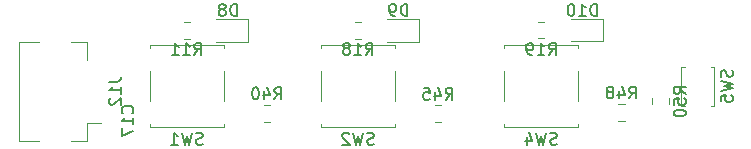
<source format=gbr>
%TF.GenerationSoftware,KiCad,Pcbnew,5.1.8+dfsg1-1~bpo10+1*%
%TF.CreationDate,2021-01-23T23:31:02+00:00*%
%TF.ProjectId,atlas_btn,61746c61-735f-4627-946e-2e6b69636164,rev?*%
%TF.SameCoordinates,Original*%
%TF.FileFunction,Legend,Bot*%
%TF.FilePolarity,Positive*%
%FSLAX46Y46*%
G04 Gerber Fmt 4.6, Leading zero omitted, Abs format (unit mm)*
G04 Created by KiCad (PCBNEW 5.1.8+dfsg1-1~bpo10+1) date 2021-01-23 23:31:02*
%MOMM*%
%LPD*%
G01*
G04 APERTURE LIST*
%ADD10C,0.120000*%
%ADD11C,0.150000*%
G04 APERTURE END LIST*
D10*
%TO.C,R40*%
X132478578Y-106370000D02*
X131961422Y-106370000D01*
X132478578Y-107790000D02*
X131961422Y-107790000D01*
%TO.C,R50*%
X166280000Y-106328578D02*
X166280000Y-105811422D01*
X164860000Y-106328578D02*
X164860000Y-105811422D01*
%TO.C,R48*%
X162503578Y-106310000D02*
X161986422Y-106310000D01*
X162503578Y-107730000D02*
X161986422Y-107730000D01*
%TO.C,R45*%
X146966078Y-106410000D02*
X146448922Y-106410000D01*
X146966078Y-107830000D02*
X146448922Y-107830000D01*
%TO.C,R19*%
X155196422Y-100730000D02*
X155713578Y-100730000D01*
X155196422Y-99310000D02*
X155713578Y-99310000D01*
%TO.C,R18*%
X139678922Y-100750000D02*
X140196078Y-100750000D01*
X139678922Y-99330000D02*
X140196078Y-99330000D01*
%TO.C,R11*%
X125176422Y-100750000D02*
X125693578Y-100750000D01*
X125176422Y-99330000D02*
X125693578Y-99330000D01*
%TO.C,SW2*%
X136795000Y-107970000D02*
X136795000Y-108220000D01*
X136795000Y-108220000D02*
X143095000Y-108220000D01*
X143095000Y-108220000D02*
X143095000Y-107970000D01*
X136795000Y-103470000D02*
X136795000Y-106070000D01*
X143095000Y-101570000D02*
X143095000Y-101320000D01*
X143095000Y-101320000D02*
X136795000Y-101320000D01*
X136795000Y-101320000D02*
X136795000Y-101570000D01*
X143095000Y-106070000D02*
X143095000Y-103470000D01*
%TO.C,SW5*%
X167595000Y-106420000D02*
X167295000Y-106420000D01*
X167295000Y-106420000D02*
X167295000Y-103120000D01*
X167295000Y-103120000D02*
X167595000Y-103120000D01*
X169795000Y-106420000D02*
X170095000Y-106420000D01*
X170095000Y-106420000D02*
X170095000Y-103120000D01*
X170095000Y-103120000D02*
X169795000Y-103120000D01*
%TO.C,SW4*%
X152295000Y-107970000D02*
X152295000Y-108220000D01*
X152295000Y-108220000D02*
X158595000Y-108220000D01*
X158595000Y-108220000D02*
X158595000Y-107970000D01*
X152295000Y-103470000D02*
X152295000Y-106070000D01*
X158595000Y-101570000D02*
X158595000Y-101320000D01*
X158595000Y-101320000D02*
X152295000Y-101320000D01*
X152295000Y-101320000D02*
X152295000Y-101570000D01*
X158595000Y-106070000D02*
X158595000Y-103470000D01*
%TO.C,SW1*%
X122295000Y-107970000D02*
X122295000Y-108220000D01*
X122295000Y-108220000D02*
X128595000Y-108220000D01*
X128595000Y-108220000D02*
X128595000Y-107970000D01*
X122295000Y-103470000D02*
X122295000Y-106070000D01*
X128595000Y-101570000D02*
X128595000Y-101320000D01*
X128595000Y-101320000D02*
X122295000Y-101320000D01*
X122295000Y-101320000D02*
X122295000Y-101570000D01*
X128595000Y-106070000D02*
X128595000Y-103470000D01*
%TO.C,J12*%
X117000000Y-107890000D02*
X118200000Y-107890000D01*
X111200000Y-101080000D02*
X112940000Y-101080000D01*
X111200000Y-109380000D02*
X111200000Y-101080000D01*
X112940000Y-109380000D02*
X111200000Y-109380000D01*
X117000000Y-101080000D02*
X115660000Y-101080000D01*
X117000000Y-102570000D02*
X117000000Y-101080000D01*
X117000000Y-109380000D02*
X115660000Y-109380000D01*
X117000000Y-107890000D02*
X117000000Y-109380000D01*
%TO.C,D10*%
X157955000Y-99060000D02*
X160640000Y-99060000D01*
X160640000Y-99060000D02*
X160640000Y-100980000D01*
X160640000Y-100980000D02*
X157955000Y-100980000D01*
%TO.C,D9*%
X142375000Y-99080000D02*
X145060000Y-99080000D01*
X145060000Y-99080000D02*
X145060000Y-101000000D01*
X145060000Y-101000000D02*
X142375000Y-101000000D01*
%TO.C,D8*%
X127935000Y-99080000D02*
X130620000Y-99080000D01*
X130620000Y-99080000D02*
X130620000Y-101000000D01*
X130620000Y-101000000D02*
X127935000Y-101000000D01*
%TO.C,R40*%
D11*
X132862857Y-105882380D02*
X133196190Y-105406190D01*
X133434285Y-105882380D02*
X133434285Y-104882380D01*
X133053333Y-104882380D01*
X132958095Y-104930000D01*
X132910476Y-104977619D01*
X132862857Y-105072857D01*
X132862857Y-105215714D01*
X132910476Y-105310952D01*
X132958095Y-105358571D01*
X133053333Y-105406190D01*
X133434285Y-105406190D01*
X132005714Y-105215714D02*
X132005714Y-105882380D01*
X132243809Y-104834761D02*
X132481904Y-105549047D01*
X131862857Y-105549047D01*
X131291428Y-104882380D02*
X131196190Y-104882380D01*
X131100952Y-104930000D01*
X131053333Y-104977619D01*
X131005714Y-105072857D01*
X130958095Y-105263333D01*
X130958095Y-105501428D01*
X131005714Y-105691904D01*
X131053333Y-105787142D01*
X131100952Y-105834761D01*
X131196190Y-105882380D01*
X131291428Y-105882380D01*
X131386666Y-105834761D01*
X131434285Y-105787142D01*
X131481904Y-105691904D01*
X131529523Y-105501428D01*
X131529523Y-105263333D01*
X131481904Y-105072857D01*
X131434285Y-104977619D01*
X131386666Y-104930000D01*
X131291428Y-104882380D01*
%TO.C,R50*%
X167672380Y-105427142D02*
X167196190Y-105093809D01*
X167672380Y-104855714D02*
X166672380Y-104855714D01*
X166672380Y-105236666D01*
X166720000Y-105331904D01*
X166767619Y-105379523D01*
X166862857Y-105427142D01*
X167005714Y-105427142D01*
X167100952Y-105379523D01*
X167148571Y-105331904D01*
X167196190Y-105236666D01*
X167196190Y-104855714D01*
X166672380Y-106331904D02*
X166672380Y-105855714D01*
X167148571Y-105808095D01*
X167100952Y-105855714D01*
X167053333Y-105950952D01*
X167053333Y-106189047D01*
X167100952Y-106284285D01*
X167148571Y-106331904D01*
X167243809Y-106379523D01*
X167481904Y-106379523D01*
X167577142Y-106331904D01*
X167624761Y-106284285D01*
X167672380Y-106189047D01*
X167672380Y-105950952D01*
X167624761Y-105855714D01*
X167577142Y-105808095D01*
X166672380Y-106998571D02*
X166672380Y-107093809D01*
X166720000Y-107189047D01*
X166767619Y-107236666D01*
X166862857Y-107284285D01*
X167053333Y-107331904D01*
X167291428Y-107331904D01*
X167481904Y-107284285D01*
X167577142Y-107236666D01*
X167624761Y-107189047D01*
X167672380Y-107093809D01*
X167672380Y-106998571D01*
X167624761Y-106903333D01*
X167577142Y-106855714D01*
X167481904Y-106808095D01*
X167291428Y-106760476D01*
X167053333Y-106760476D01*
X166862857Y-106808095D01*
X166767619Y-106855714D01*
X166720000Y-106903333D01*
X166672380Y-106998571D01*
%TO.C,R48*%
X162887857Y-105822380D02*
X163221190Y-105346190D01*
X163459285Y-105822380D02*
X163459285Y-104822380D01*
X163078333Y-104822380D01*
X162983095Y-104870000D01*
X162935476Y-104917619D01*
X162887857Y-105012857D01*
X162887857Y-105155714D01*
X162935476Y-105250952D01*
X162983095Y-105298571D01*
X163078333Y-105346190D01*
X163459285Y-105346190D01*
X162030714Y-105155714D02*
X162030714Y-105822380D01*
X162268809Y-104774761D02*
X162506904Y-105489047D01*
X161887857Y-105489047D01*
X161364047Y-105250952D02*
X161459285Y-105203333D01*
X161506904Y-105155714D01*
X161554523Y-105060476D01*
X161554523Y-105012857D01*
X161506904Y-104917619D01*
X161459285Y-104870000D01*
X161364047Y-104822380D01*
X161173571Y-104822380D01*
X161078333Y-104870000D01*
X161030714Y-104917619D01*
X160983095Y-105012857D01*
X160983095Y-105060476D01*
X161030714Y-105155714D01*
X161078333Y-105203333D01*
X161173571Y-105250952D01*
X161364047Y-105250952D01*
X161459285Y-105298571D01*
X161506904Y-105346190D01*
X161554523Y-105441428D01*
X161554523Y-105631904D01*
X161506904Y-105727142D01*
X161459285Y-105774761D01*
X161364047Y-105822380D01*
X161173571Y-105822380D01*
X161078333Y-105774761D01*
X161030714Y-105727142D01*
X160983095Y-105631904D01*
X160983095Y-105441428D01*
X161030714Y-105346190D01*
X161078333Y-105298571D01*
X161173571Y-105250952D01*
%TO.C,R45*%
X147350357Y-105922380D02*
X147683690Y-105446190D01*
X147921785Y-105922380D02*
X147921785Y-104922380D01*
X147540833Y-104922380D01*
X147445595Y-104970000D01*
X147397976Y-105017619D01*
X147350357Y-105112857D01*
X147350357Y-105255714D01*
X147397976Y-105350952D01*
X147445595Y-105398571D01*
X147540833Y-105446190D01*
X147921785Y-105446190D01*
X146493214Y-105255714D02*
X146493214Y-105922380D01*
X146731309Y-104874761D02*
X146969404Y-105589047D01*
X146350357Y-105589047D01*
X145493214Y-104922380D02*
X145969404Y-104922380D01*
X146017023Y-105398571D01*
X145969404Y-105350952D01*
X145874166Y-105303333D01*
X145636071Y-105303333D01*
X145540833Y-105350952D01*
X145493214Y-105398571D01*
X145445595Y-105493809D01*
X145445595Y-105731904D01*
X145493214Y-105827142D01*
X145540833Y-105874761D01*
X145636071Y-105922380D01*
X145874166Y-105922380D01*
X145969404Y-105874761D01*
X146017023Y-105827142D01*
%TO.C,R19*%
X156097857Y-102122380D02*
X156431190Y-101646190D01*
X156669285Y-102122380D02*
X156669285Y-101122380D01*
X156288333Y-101122380D01*
X156193095Y-101170000D01*
X156145476Y-101217619D01*
X156097857Y-101312857D01*
X156097857Y-101455714D01*
X156145476Y-101550952D01*
X156193095Y-101598571D01*
X156288333Y-101646190D01*
X156669285Y-101646190D01*
X155145476Y-102122380D02*
X155716904Y-102122380D01*
X155431190Y-102122380D02*
X155431190Y-101122380D01*
X155526428Y-101265238D01*
X155621666Y-101360476D01*
X155716904Y-101408095D01*
X154669285Y-102122380D02*
X154478809Y-102122380D01*
X154383571Y-102074761D01*
X154335952Y-102027142D01*
X154240714Y-101884285D01*
X154193095Y-101693809D01*
X154193095Y-101312857D01*
X154240714Y-101217619D01*
X154288333Y-101170000D01*
X154383571Y-101122380D01*
X154574047Y-101122380D01*
X154669285Y-101170000D01*
X154716904Y-101217619D01*
X154764523Y-101312857D01*
X154764523Y-101550952D01*
X154716904Y-101646190D01*
X154669285Y-101693809D01*
X154574047Y-101741428D01*
X154383571Y-101741428D01*
X154288333Y-101693809D01*
X154240714Y-101646190D01*
X154193095Y-101550952D01*
%TO.C,R18*%
X140580357Y-102142380D02*
X140913690Y-101666190D01*
X141151785Y-102142380D02*
X141151785Y-101142380D01*
X140770833Y-101142380D01*
X140675595Y-101190000D01*
X140627976Y-101237619D01*
X140580357Y-101332857D01*
X140580357Y-101475714D01*
X140627976Y-101570952D01*
X140675595Y-101618571D01*
X140770833Y-101666190D01*
X141151785Y-101666190D01*
X139627976Y-102142380D02*
X140199404Y-102142380D01*
X139913690Y-102142380D02*
X139913690Y-101142380D01*
X140008928Y-101285238D01*
X140104166Y-101380476D01*
X140199404Y-101428095D01*
X139056547Y-101570952D02*
X139151785Y-101523333D01*
X139199404Y-101475714D01*
X139247023Y-101380476D01*
X139247023Y-101332857D01*
X139199404Y-101237619D01*
X139151785Y-101190000D01*
X139056547Y-101142380D01*
X138866071Y-101142380D01*
X138770833Y-101190000D01*
X138723214Y-101237619D01*
X138675595Y-101332857D01*
X138675595Y-101380476D01*
X138723214Y-101475714D01*
X138770833Y-101523333D01*
X138866071Y-101570952D01*
X139056547Y-101570952D01*
X139151785Y-101618571D01*
X139199404Y-101666190D01*
X139247023Y-101761428D01*
X139247023Y-101951904D01*
X139199404Y-102047142D01*
X139151785Y-102094761D01*
X139056547Y-102142380D01*
X138866071Y-102142380D01*
X138770833Y-102094761D01*
X138723214Y-102047142D01*
X138675595Y-101951904D01*
X138675595Y-101761428D01*
X138723214Y-101666190D01*
X138770833Y-101618571D01*
X138866071Y-101570952D01*
%TO.C,R11*%
X126077857Y-102142380D02*
X126411190Y-101666190D01*
X126649285Y-102142380D02*
X126649285Y-101142380D01*
X126268333Y-101142380D01*
X126173095Y-101190000D01*
X126125476Y-101237619D01*
X126077857Y-101332857D01*
X126077857Y-101475714D01*
X126125476Y-101570952D01*
X126173095Y-101618571D01*
X126268333Y-101666190D01*
X126649285Y-101666190D01*
X125125476Y-102142380D02*
X125696904Y-102142380D01*
X125411190Y-102142380D02*
X125411190Y-101142380D01*
X125506428Y-101285238D01*
X125601666Y-101380476D01*
X125696904Y-101428095D01*
X124173095Y-102142380D02*
X124744523Y-102142380D01*
X124458809Y-102142380D02*
X124458809Y-101142380D01*
X124554047Y-101285238D01*
X124649285Y-101380476D01*
X124744523Y-101428095D01*
%TO.C,SW2*%
X141278333Y-109674761D02*
X141135476Y-109722380D01*
X140897380Y-109722380D01*
X140802142Y-109674761D01*
X140754523Y-109627142D01*
X140706904Y-109531904D01*
X140706904Y-109436666D01*
X140754523Y-109341428D01*
X140802142Y-109293809D01*
X140897380Y-109246190D01*
X141087857Y-109198571D01*
X141183095Y-109150952D01*
X141230714Y-109103333D01*
X141278333Y-109008095D01*
X141278333Y-108912857D01*
X141230714Y-108817619D01*
X141183095Y-108770000D01*
X141087857Y-108722380D01*
X140849761Y-108722380D01*
X140706904Y-108770000D01*
X140373571Y-108722380D02*
X140135476Y-109722380D01*
X139945000Y-109008095D01*
X139754523Y-109722380D01*
X139516428Y-108722380D01*
X139183095Y-108817619D02*
X139135476Y-108770000D01*
X139040238Y-108722380D01*
X138802142Y-108722380D01*
X138706904Y-108770000D01*
X138659285Y-108817619D01*
X138611666Y-108912857D01*
X138611666Y-109008095D01*
X138659285Y-109150952D01*
X139230714Y-109722380D01*
X138611666Y-109722380D01*
%TO.C,SW5*%
X171599761Y-103436666D02*
X171647380Y-103579523D01*
X171647380Y-103817619D01*
X171599761Y-103912857D01*
X171552142Y-103960476D01*
X171456904Y-104008095D01*
X171361666Y-104008095D01*
X171266428Y-103960476D01*
X171218809Y-103912857D01*
X171171190Y-103817619D01*
X171123571Y-103627142D01*
X171075952Y-103531904D01*
X171028333Y-103484285D01*
X170933095Y-103436666D01*
X170837857Y-103436666D01*
X170742619Y-103484285D01*
X170695000Y-103531904D01*
X170647380Y-103627142D01*
X170647380Y-103865238D01*
X170695000Y-104008095D01*
X170647380Y-104341428D02*
X171647380Y-104579523D01*
X170933095Y-104770000D01*
X171647380Y-104960476D01*
X170647380Y-105198571D01*
X170647380Y-106055714D02*
X170647380Y-105579523D01*
X171123571Y-105531904D01*
X171075952Y-105579523D01*
X171028333Y-105674761D01*
X171028333Y-105912857D01*
X171075952Y-106008095D01*
X171123571Y-106055714D01*
X171218809Y-106103333D01*
X171456904Y-106103333D01*
X171552142Y-106055714D01*
X171599761Y-106008095D01*
X171647380Y-105912857D01*
X171647380Y-105674761D01*
X171599761Y-105579523D01*
X171552142Y-105531904D01*
%TO.C,SW4*%
X156778333Y-109674761D02*
X156635476Y-109722380D01*
X156397380Y-109722380D01*
X156302142Y-109674761D01*
X156254523Y-109627142D01*
X156206904Y-109531904D01*
X156206904Y-109436666D01*
X156254523Y-109341428D01*
X156302142Y-109293809D01*
X156397380Y-109246190D01*
X156587857Y-109198571D01*
X156683095Y-109150952D01*
X156730714Y-109103333D01*
X156778333Y-109008095D01*
X156778333Y-108912857D01*
X156730714Y-108817619D01*
X156683095Y-108770000D01*
X156587857Y-108722380D01*
X156349761Y-108722380D01*
X156206904Y-108770000D01*
X155873571Y-108722380D02*
X155635476Y-109722380D01*
X155445000Y-109008095D01*
X155254523Y-109722380D01*
X155016428Y-108722380D01*
X154206904Y-109055714D02*
X154206904Y-109722380D01*
X154445000Y-108674761D02*
X154683095Y-109389047D01*
X154064047Y-109389047D01*
%TO.C,SW1*%
X126778333Y-109674761D02*
X126635476Y-109722380D01*
X126397380Y-109722380D01*
X126302142Y-109674761D01*
X126254523Y-109627142D01*
X126206904Y-109531904D01*
X126206904Y-109436666D01*
X126254523Y-109341428D01*
X126302142Y-109293809D01*
X126397380Y-109246190D01*
X126587857Y-109198571D01*
X126683095Y-109150952D01*
X126730714Y-109103333D01*
X126778333Y-109008095D01*
X126778333Y-108912857D01*
X126730714Y-108817619D01*
X126683095Y-108770000D01*
X126587857Y-108722380D01*
X126349761Y-108722380D01*
X126206904Y-108770000D01*
X125873571Y-108722380D02*
X125635476Y-109722380D01*
X125445000Y-109008095D01*
X125254523Y-109722380D01*
X125016428Y-108722380D01*
X124111666Y-109722380D02*
X124683095Y-109722380D01*
X124397380Y-109722380D02*
X124397380Y-108722380D01*
X124492619Y-108865238D01*
X124587857Y-108960476D01*
X124683095Y-109008095D01*
%TO.C,J12*%
X118852380Y-104420476D02*
X119566666Y-104420476D01*
X119709523Y-104372857D01*
X119804761Y-104277619D01*
X119852380Y-104134761D01*
X119852380Y-104039523D01*
X119852380Y-105420476D02*
X119852380Y-104849047D01*
X119852380Y-105134761D02*
X118852380Y-105134761D01*
X118995238Y-105039523D01*
X119090476Y-104944285D01*
X119138095Y-104849047D01*
X118947619Y-105801428D02*
X118900000Y-105849047D01*
X118852380Y-105944285D01*
X118852380Y-106182380D01*
X118900000Y-106277619D01*
X118947619Y-106325238D01*
X119042857Y-106372857D01*
X119138095Y-106372857D01*
X119280952Y-106325238D01*
X119852380Y-105753809D01*
X119852380Y-106372857D01*
%TO.C,C17*%
X120827142Y-107057142D02*
X120874761Y-107009523D01*
X120922380Y-106866666D01*
X120922380Y-106771428D01*
X120874761Y-106628571D01*
X120779523Y-106533333D01*
X120684285Y-106485714D01*
X120493809Y-106438095D01*
X120350952Y-106438095D01*
X120160476Y-106485714D01*
X120065238Y-106533333D01*
X119970000Y-106628571D01*
X119922380Y-106771428D01*
X119922380Y-106866666D01*
X119970000Y-107009523D01*
X120017619Y-107057142D01*
X120922380Y-108009523D02*
X120922380Y-107438095D01*
X120922380Y-107723809D02*
X119922380Y-107723809D01*
X120065238Y-107628571D01*
X120160476Y-107533333D01*
X120208095Y-107438095D01*
X119922380Y-108342857D02*
X119922380Y-109009523D01*
X120922380Y-108580952D01*
%TO.C,D10*%
X160169285Y-98822380D02*
X160169285Y-97822380D01*
X159931190Y-97822380D01*
X159788333Y-97870000D01*
X159693095Y-97965238D01*
X159645476Y-98060476D01*
X159597857Y-98250952D01*
X159597857Y-98393809D01*
X159645476Y-98584285D01*
X159693095Y-98679523D01*
X159788333Y-98774761D01*
X159931190Y-98822380D01*
X160169285Y-98822380D01*
X158645476Y-98822380D02*
X159216904Y-98822380D01*
X158931190Y-98822380D02*
X158931190Y-97822380D01*
X159026428Y-97965238D01*
X159121666Y-98060476D01*
X159216904Y-98108095D01*
X158026428Y-97822380D02*
X157931190Y-97822380D01*
X157835952Y-97870000D01*
X157788333Y-97917619D01*
X157740714Y-98012857D01*
X157693095Y-98203333D01*
X157693095Y-98441428D01*
X157740714Y-98631904D01*
X157788333Y-98727142D01*
X157835952Y-98774761D01*
X157931190Y-98822380D01*
X158026428Y-98822380D01*
X158121666Y-98774761D01*
X158169285Y-98727142D01*
X158216904Y-98631904D01*
X158264523Y-98441428D01*
X158264523Y-98203333D01*
X158216904Y-98012857D01*
X158169285Y-97917619D01*
X158121666Y-97870000D01*
X158026428Y-97822380D01*
%TO.C,D9*%
X144113095Y-98842380D02*
X144113095Y-97842380D01*
X143875000Y-97842380D01*
X143732142Y-97890000D01*
X143636904Y-97985238D01*
X143589285Y-98080476D01*
X143541666Y-98270952D01*
X143541666Y-98413809D01*
X143589285Y-98604285D01*
X143636904Y-98699523D01*
X143732142Y-98794761D01*
X143875000Y-98842380D01*
X144113095Y-98842380D01*
X143065476Y-98842380D02*
X142875000Y-98842380D01*
X142779761Y-98794761D01*
X142732142Y-98747142D01*
X142636904Y-98604285D01*
X142589285Y-98413809D01*
X142589285Y-98032857D01*
X142636904Y-97937619D01*
X142684523Y-97890000D01*
X142779761Y-97842380D01*
X142970238Y-97842380D01*
X143065476Y-97890000D01*
X143113095Y-97937619D01*
X143160714Y-98032857D01*
X143160714Y-98270952D01*
X143113095Y-98366190D01*
X143065476Y-98413809D01*
X142970238Y-98461428D01*
X142779761Y-98461428D01*
X142684523Y-98413809D01*
X142636904Y-98366190D01*
X142589285Y-98270952D01*
%TO.C,D8*%
X129673095Y-98842380D02*
X129673095Y-97842380D01*
X129435000Y-97842380D01*
X129292142Y-97890000D01*
X129196904Y-97985238D01*
X129149285Y-98080476D01*
X129101666Y-98270952D01*
X129101666Y-98413809D01*
X129149285Y-98604285D01*
X129196904Y-98699523D01*
X129292142Y-98794761D01*
X129435000Y-98842380D01*
X129673095Y-98842380D01*
X128530238Y-98270952D02*
X128625476Y-98223333D01*
X128673095Y-98175714D01*
X128720714Y-98080476D01*
X128720714Y-98032857D01*
X128673095Y-97937619D01*
X128625476Y-97890000D01*
X128530238Y-97842380D01*
X128339761Y-97842380D01*
X128244523Y-97890000D01*
X128196904Y-97937619D01*
X128149285Y-98032857D01*
X128149285Y-98080476D01*
X128196904Y-98175714D01*
X128244523Y-98223333D01*
X128339761Y-98270952D01*
X128530238Y-98270952D01*
X128625476Y-98318571D01*
X128673095Y-98366190D01*
X128720714Y-98461428D01*
X128720714Y-98651904D01*
X128673095Y-98747142D01*
X128625476Y-98794761D01*
X128530238Y-98842380D01*
X128339761Y-98842380D01*
X128244523Y-98794761D01*
X128196904Y-98747142D01*
X128149285Y-98651904D01*
X128149285Y-98461428D01*
X128196904Y-98366190D01*
X128244523Y-98318571D01*
X128339761Y-98270952D01*
%TD*%
M02*

</source>
